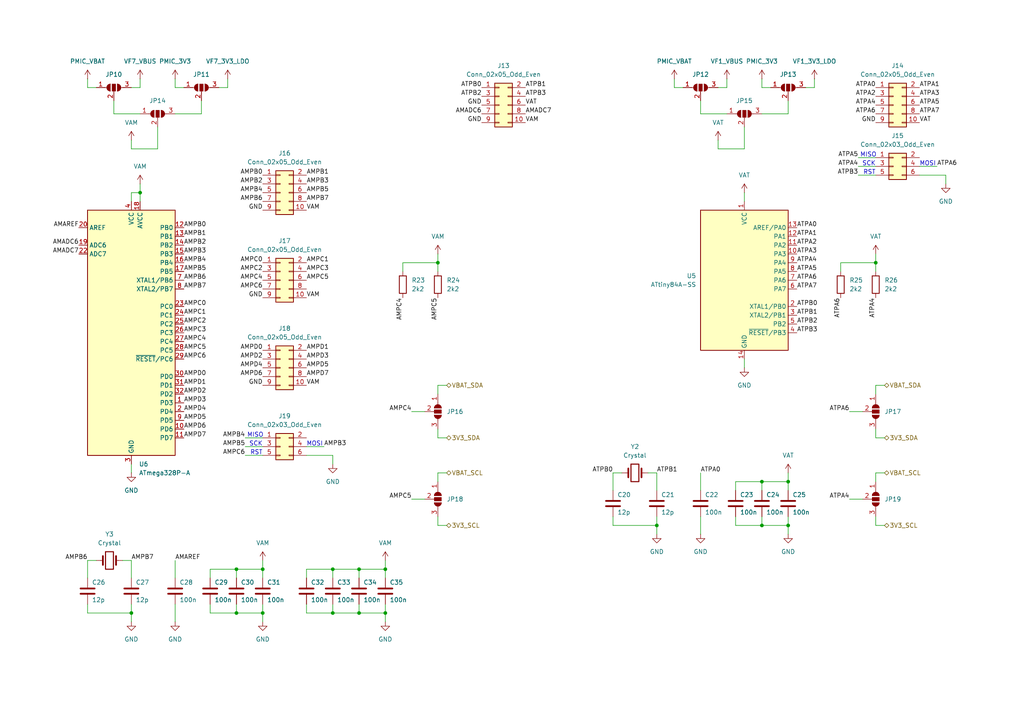
<source format=kicad_sch>
(kicad_sch (version 20231120) (generator "eeschema") (generator_version "8.0")
  (paper "A4")
  (lib_symbols
    (symbol "Connector_Generic:Conn_02x03_Odd_Even" (pin_names (offset 1.016) hide)
      (property "Reference" "J" (at 1.27 5.08 0))
      (property "Value" "Conn_02x03_Odd_Even" (at 1.27 -5.08 0))
      (symbol "Conn_02x03_Odd_Even_1_1"
        (rectangle (start -1.27 -2.413) (end 0 -2.667) (stroke (width 0.1524)))
        (rectangle (start -1.27 0.127) (end 0 -0.127) (stroke (width 0.1524)))
        (rectangle (start -1.27 2.667) (end 0 2.413) (stroke (width 0.1524)))
        (rectangle (start -1.27 3.81) (end 3.81 -3.81) (stroke (width 0.254)) (fill (type background)))
        (rectangle (start 3.81 -2.413) (end 2.54 -2.667) (stroke (width 0.1524)))
        (rectangle (start 3.81 0.127) (end 2.54 -0.127) (stroke (width 0.1524)))
        (rectangle (start 3.81 2.667) (end 2.54 2.413) (stroke (width 0.1524)))
        (pin passive line (at -5.08 2.54 0) (length 3.81) (name "Pin_1") (number "1"))
        (pin passive line (at 7.62 2.54 180) (length 3.81) (name "Pin_2") (number "2"))
        (pin passive line (at -5.08 0 0) (length 3.81) (name "Pin_3") (number "3"))
        (pin passive line (at 7.62 0 180) (length 3.81) (name "Pin_4") (number "4"))
        (pin passive line (at -5.08 -2.54 0) (length 3.81) (name "Pin_5") (number "5"))
        (pin passive line (at 7.62 -2.54 180) (length 3.81) (name "Pin_6") (number "6"))
      )
    )
    (symbol "Connector_Generic:Conn_02x05_Odd_Even" (pin_names (offset 1.016) hide)
      (property "Reference" "J" (at 1.27 7.62 0))
      (property "Value" "Conn_02x05_Odd_Even" (at 1.27 -7.62 0))
      (symbol "Conn_02x05_Odd_Even_1_1"
        (rectangle (start -1.27 -4.953) (end 0 -5.207) (stroke (width 0.1524)))
        (rectangle (start -1.27 -2.413) (end 0 -2.667) (stroke (width 0.1524)))
        (rectangle (start -1.27 0.127) (end 0 -0.127) (stroke (width 0.1524)))
        (rectangle (start -1.27 2.667) (end 0 2.413) (stroke (width 0.1524)))
        (rectangle (start -1.27 5.207) (end 0 4.953) (stroke (width 0.1524)))
        (rectangle (start -1.27 6.35) (end 3.81 -6.35) (stroke (width 0.254)) (fill (type background)))
        (rectangle (start 3.81 -4.953) (end 2.54 -5.207) (stroke (width 0.1524)))
        (rectangle (start 3.81 -2.413) (end 2.54 -2.667) (stroke (width 0.1524)))
        (rectangle (start 3.81 0.127) (end 2.54 -0.127) (stroke (width 0.1524)))
        (rectangle (start 3.81 2.667) (end 2.54 2.413) (stroke (width 0.1524)))
        (rectangle (start 3.81 5.207) (end 2.54 4.953) (stroke (width 0.1524)))
        (pin passive line (at -5.08 5.08 0) (length 3.81) (name "Pin_1") (number "1"))
        (pin passive line (at 7.62 -5.08 180) (length 3.81) (name "Pin_10") (number "10"))
        (pin passive line (at 7.62 5.08 180) (length 3.81) (name "Pin_2") (number "2"))
        (pin passive line (at -5.08 2.54 0) (length 3.81) (name "Pin_3") (number "3"))
        (pin passive line (at 7.62 2.54 180) (length 3.81) (name "Pin_4") (number "4"))
        (pin passive line (at -5.08 0 0) (length 3.81) (name "Pin_5") (number "5"))
        (pin passive line (at 7.62 0 180) (length 3.81) (name "Pin_6") (number "6"))
        (pin passive line (at -5.08 -2.54 0) (length 3.81) (name "Pin_7") (number "7"))
        (pin passive line (at 7.62 -2.54 180) (length 3.81) (name "Pin_8") (number "8"))
        (pin passive line (at -5.08 -5.08 0) (length 3.81) (name "Pin_9") (number "9"))
      )
    )
    (symbol "Device:C" (pin_numbers hide) (pin_names (offset 0.254))
      (property "Reference" "C" (at 0.635 2.54 0))
      (property "Value" "C" (at 0.635 -2.54 0))
      (symbol "C_0_1"
        (polyline (pts (xy -2.032 -0.762) (xy 2.032 -0.762)) (stroke (width 0.508)))
        (polyline (pts (xy -2.032 0.762) (xy 2.032 0.762)) (stroke (width 0.508)))
      )
      (symbol "C_1_1"
        (pin passive line (at 0 3.81 270) (length 2.794) (name "~") (number "1"))
        (pin passive line (at 0 -3.81 90) (length 2.794) (name "~") (number "2"))
      )
    )
    (symbol "Device:Crystal" (pin_numbers hide) (pin_names (offset 1.016) hide)
      (property "Reference" "Y" (at 0 3.81 0))
      (property "Value" "Crystal" (at 0 -3.81 0))
      (symbol "Crystal_0_1"
        (rectangle (start -1.143 2.54) (end 1.143 -2.54) (stroke (width 0.3048)))
        (polyline (pts (xy -2.54 0) (xy -1.905 0)))
        (polyline (pts (xy -1.905 -1.27) (xy -1.905 1.27)) (stroke (width 0.508)))
        (polyline (pts (xy 1.905 -1.27) (xy 1.905 1.27)) (stroke (width 0.508)))
        (polyline (pts (xy 2.54 0) (xy 1.905 0)))
      )
      (symbol "Crystal_1_1"
        (pin passive line (at -3.81 0 0) (length 1.27) (name "1") (number "1"))
        (pin passive line (at 3.81 0 180) (length 1.27) (name "2") (number "2"))
      )
    )
    (symbol "Device:R" (pin_numbers hide) (pin_names (offset 0))
      (property "Reference" "R" (at 2.032 0 90))
      (property "Value" "R" (at 0 0 90))
      (symbol "R_0_1"
        (rectangle (start -1.016 -2.54) (end 1.016 2.54) (stroke (width 0.254)))
      )
      (symbol "R_1_1"
        (pin passive line (at 0 3.81 270) (length 1.27) (name "~") (number "1"))
        (pin passive line (at 0 -3.81 90) (length 1.27) (name "~") (number "2"))
      )
    )
    (symbol "Jumper:SolderJumper_3_Open" (pin_names (offset 0) hide)
      (property "Reference" "JP" (at -2.54 -2.54 0))
      (property "Value" "SolderJumper_3_Open" (at 0 2.794 0))
      (symbol "SolderJumper_3_Open_0_1"
        (arc (start -1.016 1.016) (mid -2.0276 0) (end -1.016 -1.016))
        (arc (start -1.016 1.016) (mid -2.0276 0) (end -1.016 -1.016) (fill (type outline)))
        (rectangle (start -0.508 1.016) (end 0.508 -1.016) (fill (type outline)))
        (polyline (pts (xy -2.54 0) (xy -2.032 0)))
        (polyline (pts (xy -1.016 1.016) (xy -1.016 -1.016)))
        (polyline (pts (xy 0 -1.27) (xy 0 -1.016)))
        (polyline (pts (xy 1.016 1.016) (xy 1.016 -1.016)))
        (polyline (pts (xy 2.54 0) (xy 2.032 0)))
        (arc (start 1.016 -1.016) (mid 2.0276 0) (end 1.016 1.016))
        (arc (start 1.016 -1.016) (mid 2.0276 0) (end 1.016 1.016) (fill (type outline)))
      )
      (symbol "SolderJumper_3_Open_1_1"
        (pin passive line (at -5.08 0 0) (length 2.54) (name "A") (number "1"))
        (pin passive line (at 0 -3.81 90) (length 2.54) (name "C") (number "2"))
        (pin passive line (at 5.08 0 180) (length 2.54) (name "B") (number "3"))
      )
    )
    (symbol "MCU_Microchip_ATmega:ATmega328P-A"
      (property "Reference" "U" (at -12.7 36.83 0))
      (property "Value" "ATmega328P-A" (at 2.54 -36.83 0))
      (symbol "ATmega328P-A_0_1"
        (rectangle (start -12.7 -35.56) (end 12.7 35.56) (stroke (width 0.254)) (fill (type background)))
      )
      (symbol "ATmega328P-A_1_1"
        (pin bidirectional line (at 15.24 -20.32 180) (length 2.54) (name "PD3") (number "1"))
        (pin bidirectional line (at 15.24 -27.94 180) (length 2.54) (name "PD6") (number "10"))
        (pin bidirectional line (at 15.24 -30.48 180) (length 2.54) (name "PD7") (number "11"))
        (pin bidirectional line (at 15.24 30.48 180) (length 2.54) (name "PB0") (number "12"))
        (pin bidirectional line (at 15.24 27.94 180) (length 2.54) (name "PB1") (number "13"))
        (pin bidirectional line (at 15.24 25.4 180) (length 2.54) (name "PB2") (number "14"))
        (pin bidirectional line (at 15.24 22.86 180) (length 2.54) (name "PB3") (number "15"))
        (pin bidirectional line (at 15.24 20.32 180) (length 2.54) (name "PB4") (number "16"))
        (pin bidirectional line (at 15.24 17.78 180) (length 2.54) (name "PB5") (number "17"))
        (pin power_in line (at 2.54 38.1 270) (length 2.54) (name "AVCC") (number "18"))
        (pin input line (at -15.24 25.4 0) (length 2.54) (name "ADC6") (number "19"))
        (pin bidirectional line (at 15.24 -22.86 180) (length 2.54) (name "PD4") (number "2"))
        (pin passive line (at -15.24 30.48 0) (length 2.54) (name "AREF") (number "20"))
        (pin passive line (at 0 -38.1 90) (length 2.54) hide (name "GND") (number "21"))
        (pin input line (at -15.24 22.86 0) (length 2.54) (name "ADC7") (number "22"))
        (pin bidirectional line (at 15.24 7.62 180) (length 2.54) (name "PC0") (number "23"))
        (pin bidirectional line (at 15.24 5.08 180) (length 2.54) (name "PC1") (number "24"))
        (pin bidirectional line (at 15.24 2.54 180) (length 2.54) (name "PC2") (number "25"))
        (pin bidirectional line (at 15.24 0 180) (length 2.54) (name "PC3") (number "26"))
        (pin bidirectional line (at 15.24 -2.54 180) (length 2.54) (name "PC4") (number "27"))
        (pin bidirectional line (at 15.24 -5.08 180) (length 2.54) (name "PC5") (number "28"))
        (pin bidirectional line (at 15.24 -7.62 180) (length 2.54) (name "~{RESET}/PC6") (number "29"))
        (pin power_in line (at 0 -38.1 90) (length 2.54) (name "GND") (number "3"))
        (pin bidirectional line (at 15.24 -12.7 180) (length 2.54) (name "PD0") (number "30"))
        (pin bidirectional line (at 15.24 -15.24 180) (length 2.54) (name "PD1") (number "31"))
        (pin bidirectional line (at 15.24 -17.78 180) (length 2.54) (name "PD2") (number "32"))
        (pin power_in line (at 0 38.1 270) (length 2.54) (name "VCC") (number "4"))
        (pin passive line (at 0 -38.1 90) (length 2.54) hide (name "GND") (number "5"))
        (pin passive line (at 0 38.1 270) (length 2.54) hide (name "VCC") (number "6"))
        (pin bidirectional line (at 15.24 15.24 180) (length 2.54) (name "XTAL1/PB6") (number "7"))
        (pin bidirectional line (at 15.24 12.7 180) (length 2.54) (name "XTAL2/PB7") (number "8"))
        (pin bidirectional line (at 15.24 -25.4 180) (length 2.54) (name "PD5") (number "9"))
      )
    )
    (symbol "MCU_Microchip_ATtiny:ATtiny84A-SS"
      (property "Reference" "U" (at -12.7 21.59 0))
      (property "Value" "ATtiny84A-SS" (at 2.54 -21.59 0))
      (symbol "ATtiny84A-SS_0_1"
        (rectangle (start -12.7 -20.32) (end 12.7 20.32) (stroke (width 0.254)) (fill (type background)))
      )
      (symbol "ATtiny84A-SS_1_1"
        (pin power_in line (at 0 22.86 270) (length 2.54) (name "VCC") (number "1"))
        (pin bidirectional line (at 15.24 7.62 180) (length 2.54) (name "PA3") (number "10"))
        (pin bidirectional line (at 15.24 10.16 180) (length 2.54) (name "PA2") (number "11"))
        (pin bidirectional line (at 15.24 12.7 180) (length 2.54) (name "PA1") (number "12"))
        (pin bidirectional line (at 15.24 15.24 180) (length 2.54) (name "AREF/PA0") (number "13"))
        (pin power_in line (at 0 -22.86 90) (length 2.54) (name "GND") (number "14"))
        (pin bidirectional line (at 15.24 -7.62 180) (length 2.54) (name "XTAL1/PB0") (number "2"))
        (pin bidirectional line (at 15.24 -10.16 180) (length 2.54) (name "XTAL2/PB1") (number "3"))
        (pin bidirectional line (at 15.24 -15.24 180) (length 2.54) (name "~{RESET}/PB3") (number "4"))
        (pin bidirectional line (at 15.24 -12.7 180) (length 2.54) (name "PB2") (number "5"))
        (pin bidirectional line (at 15.24 -2.54 180) (length 2.54) (name "PA7") (number "6"))
        (pin bidirectional line (at 15.24 0 180) (length 2.54) (name "PA6") (number "7"))
        (pin bidirectional line (at 15.24 2.54 180) (length 2.54) (name "PA5") (number "8"))
        (pin bidirectional line (at 15.24 5.08 180) (length 2.54) (name "PA4") (number "9"))
      )
    )
    (symbol "power:+3V3" (power) (pin_numbers hide) (pin_names (offset 0) hide)
      (property "Value" "+3V3" (at 0 3.556 0))
      (symbol "+3V3_0_1"
        (polyline (pts (xy -0.762 1.27) (xy 0 2.54)))
        (polyline (pts (xy 0 0) (xy 0 2.54)))
        (polyline (pts (xy 0 2.54) (xy 0.762 1.27)))
      )
      (symbol "+3V3_1_1"
        (pin power_in line (at 0 0 90) (length 0) (name "~") (number "1"))
      )
    )
    (symbol "power:GND" (power) (pin_numbers hide) (pin_names (offset 0) hide)
      (property "Value" "GND" (at 0 -3.81 0))
      (symbol "GND_0_1"
        (polyline (pts (xy 0 0) (xy 0 -1.27) (xy 1.27 -1.27) (xy 0 -2.54) (xy -1.27 -1.27) (xy 0 -1.27)))
      )
      (symbol "GND_1_1"
        (pin power_in line (at 0 0 270) (length 0) (name "~") (number "1"))
      )
    )
    (symbol "power:VDD" (power) (pin_numbers hide) (pin_names (offset 0) hide)
      (property "Value" "VDD" (at 0 3.556 0))
      (symbol "VDD_0_1"
        (polyline (pts (xy -0.762 1.27) (xy 0 2.54)))
        (polyline (pts (xy 0 0) (xy 0 2.54)))
        (polyline (pts (xy 0 2.54) (xy 0.762 1.27)))
      )
      (symbol "VDD_1_1"
        (pin power_in line (at 0 0 90) (length 0) (name "~") (number "1"))
      )
    )
  )
  (junction (at 111.76 177.8))
  (junction (at 228.6 152.4))
  (junction (at 228.6 139.7))
  (junction (at 104.14 165.1))
  (junction (at 190.5 152.4))
  (junction (at 96.52 165.1))
  (junction (at 111.76 165.1))
  (junction (at 38.1 177.8))
  (junction (at 40.64 55.88))
  (junction (at 76.2 165.1))
  (junction (at 220.98 152.4))
  (junction (at 104.14 177.8))
  (junction (at 96.52 177.8))
  (junction (at 68.58 165.1))
  (junction (at 76.2 177.8))
  (junction (at 254 76.2))
  (junction (at 127 76.2))
  (junction (at 220.98 139.7))
  (junction (at 68.58 177.8))
  (wire (pts (xy 111.76 177.8) (xy 111.76 180.34)))
  (wire (pts (xy 190.5 152.4) (xy 190.5 154.94)))
  (wire (pts (xy 68.58 165.1) (xy 60.96 165.1)))
  (wire (pts (xy 220.98 152.4) (xy 228.6 152.4)))
  (wire (pts (xy 58.42 29.21) (xy 58.42 33.02)))
  (wire (pts (xy 254 124.46) (xy 254 127)))
  (wire (pts (xy 177.8 142.24) (xy 177.8 137.16)))
  (wire (pts (xy 248.92 50.8) (xy 254 50.8)))
  (wire (pts (xy 38.1 177.8) (xy 25.4 177.8)))
  (wire (pts (xy 50.8 25.4) (xy 53.34 25.4)))
  (wire (pts (xy 127 124.46) (xy 127 127)))
  (wire (pts (xy 228.6 137.16) (xy 228.6 139.7)))
  (wire (pts (xy 203.2 33.02) (xy 210.82 33.02)))
  (wire (pts (xy 246.38 119.38) (xy 250.19 119.38)))
  (wire (pts (xy 38.1 58.42) (xy 38.1 55.88)))
  (wire (pts (xy 66.04 25.4) (xy 66.04 22.86)))
  (wire (pts (xy 248.92 48.26) (xy 254 48.26)))
  (wire (pts (xy 127 76.2) (xy 116.84 76.2)))
  (wire (pts (xy 60.96 175.26) (xy 60.96 177.8)))
  (wire (pts (xy 228.6 139.7) (xy 228.6 142.24)))
  (wire (pts (xy 243.84 76.2) (xy 243.84 78.74)))
  (wire (pts (xy 203.2 29.21) (xy 203.2 33.02)))
  (wire (pts (xy 246.38 144.78) (xy 250.19 144.78)))
  (wire (pts (xy 254 139.7) (xy 254 137.16)))
  (wire (pts (xy 88.9 167.64) (xy 88.9 165.1)))
  (wire (pts (xy 25.4 162.56) (xy 27.94 162.56)))
  (wire (pts (xy 210.82 25.4) (xy 210.82 22.86)))
  (wire (pts (xy 127 111.76) (xy 129.54 111.76)))
  (wire (pts (xy 254 114.3) (xy 254 111.76)))
  (wire (pts (xy 116.84 76.2) (xy 116.84 78.74)))
  (wire (pts (xy 88.9 175.26) (xy 88.9 177.8)))
  (wire (pts (xy 190.5 152.4) (xy 177.8 152.4)))
  (wire (pts (xy 177.8 137.16) (xy 180.34 137.16)))
  (wire (pts (xy 190.5 137.16) (xy 190.5 142.24)))
  (wire (pts (xy 236.22 25.4) (xy 236.22 22.86)))
  (wire (pts (xy 127 149.86) (xy 127 152.4)))
  (wire (pts (xy 195.58 22.86) (xy 195.58 25.4)))
  (wire (pts (xy 33.02 33.02) (xy 40.64 33.02)))
  (wire (pts (xy 58.42 33.02) (xy 50.8 33.02)))
  (wire (pts (xy 220.98 139.7) (xy 220.98 142.24)))
  (wire (pts (xy 45.72 43.18) (xy 45.72 36.83)))
  (wire (pts (xy 254 127) (xy 256.54 127)))
  (wire (pts (xy 25.4 167.64) (xy 25.4 162.56)))
  (wire (pts (xy 127 114.3) (xy 127 111.76)))
  (wire (pts (xy 40.64 55.88) (xy 40.64 58.42)))
  (wire (pts (xy 208.28 25.4) (xy 210.82 25.4)))
  (wire (pts (xy 228.6 139.7) (xy 220.98 139.7)))
  (wire (pts (xy 233.68 25.4) (xy 236.22 25.4)))
  (wire (pts (xy 50.8 162.56) (xy 50.8 167.64)))
  (wire (pts (xy 266.7 50.8) (xy 274.32 50.8)))
  (wire (pts (xy 203.2 149.86) (xy 203.2 154.94)))
  (wire (pts (xy 38.1 162.56) (xy 38.1 167.64)))
  (wire (pts (xy 254 76.2) (xy 243.84 76.2)))
  (wire (pts (xy 111.76 162.56) (xy 111.76 165.1)))
  (wire (pts (xy 68.58 177.8) (xy 76.2 177.8)))
  (wire (pts (xy 203.2 137.16) (xy 203.2 142.24)))
  (wire (pts (xy 271.78 48.26) (xy 266.7 48.26)))
  (wire (pts (xy 60.96 165.1) (xy 60.96 167.64)))
  (wire (pts (xy 208.28 43.18) (xy 215.9 43.18)))
  (wire (pts (xy 104.14 165.1) (xy 96.52 165.1)))
  (wire (pts (xy 177.8 152.4) (xy 177.8 149.86)))
  (wire (pts (xy 71.12 127) (xy 76.2 127)))
  (wire (pts (xy 111.76 165.1) (xy 104.14 165.1)))
  (wire (pts (xy 215.9 43.18) (xy 215.9 36.83)))
  (wire (pts (xy 228.6 149.86) (xy 228.6 152.4)))
  (wire (pts (xy 96.52 175.26) (xy 96.52 177.8)))
  (wire (pts (xy 25.4 177.8) (xy 25.4 175.26)))
  (wire (pts (xy 71.12 132.08) (xy 76.2 132.08)))
  (wire (pts (xy 33.02 29.21) (xy 33.02 33.02)))
  (wire (pts (xy 127 127) (xy 129.54 127)))
  (wire (pts (xy 104.14 177.8) (xy 111.76 177.8)))
  (wire (pts (xy 274.32 50.8) (xy 274.32 53.34)))
  (wire (pts (xy 38.1 134.62) (xy 38.1 137.16)))
  (wire (pts (xy 213.36 149.86) (xy 213.36 152.4)))
  (wire (pts (xy 111.76 175.26) (xy 111.76 177.8)))
  (wire (pts (xy 88.9 165.1) (xy 96.52 165.1)))
  (wire (pts (xy 228.6 33.02) (xy 220.98 33.02)))
  (wire (pts (xy 35.56 162.56) (xy 38.1 162.56)))
  (wire (pts (xy 190.5 149.86) (xy 190.5 152.4)))
  (wire (pts (xy 215.9 55.88) (xy 215.9 58.42)))
  (wire (pts (xy 68.58 175.26) (xy 68.58 177.8)))
  (wire (pts (xy 40.64 53.34) (xy 40.64 55.88)))
  (wire (pts (xy 76.2 165.1) (xy 76.2 167.64)))
  (wire (pts (xy 71.12 129.54) (xy 76.2 129.54)))
  (wire (pts (xy 220.98 25.4) (xy 223.52 25.4)))
  (wire (pts (xy 38.1 175.26) (xy 38.1 177.8)))
  (wire (pts (xy 38.1 55.88) (xy 40.64 55.88)))
  (wire (pts (xy 96.52 132.08) (xy 96.52 134.62)))
  (wire (pts (xy 76.2 175.26) (xy 76.2 177.8)))
  (wire (pts (xy 104.14 165.1) (xy 104.14 167.64)))
  (wire (pts (xy 254 137.16) (xy 256.54 137.16)))
  (wire (pts (xy 228.6 152.4) (xy 228.6 154.94)))
  (wire (pts (xy 248.92 45.72) (xy 254 45.72)))
  (wire (pts (xy 104.14 175.26) (xy 104.14 177.8)))
  (wire (pts (xy 40.64 25.4) (xy 40.64 22.86)))
  (wire (pts (xy 254 111.76) (xy 256.54 111.76)))
  (wire (pts (xy 119.38 144.78) (xy 123.19 144.78)))
  (wire (pts (xy 215.9 104.14) (xy 215.9 106.68)))
  (wire (pts (xy 38.1 25.4) (xy 40.64 25.4)))
  (wire (pts (xy 38.1 177.8) (xy 38.1 180.34)))
  (wire (pts (xy 88.9 177.8) (xy 96.52 177.8)))
  (wire (pts (xy 220.98 149.86) (xy 220.98 152.4)))
  (wire (pts (xy 60.96 177.8) (xy 68.58 177.8)))
  (wire (pts (xy 38.1 43.18) (xy 45.72 43.18)))
  (wire (pts (xy 68.58 165.1) (xy 68.58 167.64)))
  (wire (pts (xy 127 137.16) (xy 129.54 137.16)))
  (wire (pts (xy 63.5 25.4) (xy 66.04 25.4)))
  (wire (pts (xy 76.2 165.1) (xy 68.58 165.1)))
  (wire (pts (xy 228.6 29.21) (xy 228.6 33.02)))
  (wire (pts (xy 111.76 165.1) (xy 111.76 167.64)))
  (wire (pts (xy 96.52 165.1) (xy 96.52 167.64)))
  (wire (pts (xy 127 152.4) (xy 129.54 152.4)))
  (wire (pts (xy 50.8 175.26) (xy 50.8 180.34)))
  (wire (pts (xy 220.98 139.7) (xy 213.36 139.7)))
  (wire (pts (xy 254 73.66) (xy 254 76.2)))
  (wire (pts (xy 254 152.4) (xy 256.54 152.4)))
  (wire (pts (xy 38.1 40.64) (xy 38.1 43.18)))
  (wire (pts (xy 213.36 152.4) (xy 220.98 152.4)))
  (wire (pts (xy 127 76.2) (xy 127 78.74)))
  (wire (pts (xy 254 76.2) (xy 254 78.74)))
  (wire (pts (xy 50.8 22.86) (xy 50.8 25.4)))
  (wire (pts (xy 127 73.66) (xy 127 76.2)))
  (wire (pts (xy 119.38 119.38) (xy 123.19 119.38)))
  (wire (pts (xy 88.9 132.08) (xy 96.52 132.08)))
  (wire (pts (xy 220.98 22.86) (xy 220.98 25.4)))
  (wire (pts (xy 96.52 177.8) (xy 104.14 177.8)))
  (wire (pts (xy 208.28 40.64) (xy 208.28 43.18)))
  (wire (pts (xy 254 149.86) (xy 254 152.4)))
  (wire (pts (xy 25.4 25.4) (xy 27.94 25.4)))
  (wire (pts (xy 76.2 177.8) (xy 76.2 180.34)))
  (wire (pts (xy 195.58 25.4) (xy 198.12 25.4)))
  (wire (pts (xy 127 139.7) (xy 127 137.16)))
  (wire (pts (xy 76.2 162.56) (xy 76.2 165.1)))
  (wire (pts (xy 25.4 22.86) (xy 25.4 25.4)))
  (wire (pts (xy 93.98 129.54) (xy 88.9 129.54)))
  (wire (pts (xy 187.96 137.16) (xy 190.5 137.16)))
  (wire (pts (xy 213.36 139.7) (xy 213.36 142.24)))
  (text "MISO" (at 76.454 127 0) (effects (font (size 1.27 1.27)) (justify right bottom)))
  (text "MISO" (at 254.254 45.72 0) (effects (font (size 1.27 1.27)) (justify right bottom)))
  (text "MOSI" (at 266.7 48.26 0) (effects (font (size 1.27 1.27)) (justify left bottom)))
  (text "SCK" (at 254 48.26 0) (effects (font (size 1.27 1.27)) (justify right bottom)))
  (text "RST" (at 76.2 132.08 0) (effects (font (size 1.27 1.27)) (justify right bottom)))
  (text "RST" (at 254 50.8 0) (effects (font (size 1.27 1.27)) (justify right bottom)))
  (text "MOSI" (at 88.9 129.54 0) (effects (font (size 1.27 1.27)) (justify left bottom)))
  (text "SCK" (at 76.2 129.54 0) (effects (font (size 1.27 1.27)) (justify right bottom)))
  (label "AMPB5" (at 88.9 55.88 0))
  (label "ATPA6" (at 271.78 48.26 0))
  (label "GND" (at 76.2 60.96 180))
  (label "ATPB0" (at 139.7 25.4 180))
  (label "ATPB3" (at 152.4 27.94 0))
  (label "AMADC7" (at 152.4 33.02 0))
  (label "AMPB7" (at 88.9 58.42 0))
  (label "AMPD5" (at 53.34 121.92 0))
  (label "ATPA0" (at 203.2 137.16 0))
  (label "AMPD3" (at 88.9 104.14 0))
  (label "ATPB3" (at 231.14 96.52 0))
  (label "AMPB5" (at 53.34 78.74 0))
  (label "VAT" (at 266.7 35.56 0))
  (label "ATPA5" (at 231.14 78.74 0))
  (label "VAM" (at 88.9 111.76 0))
  (label "ATPA6" (at 246.38 119.38 180))
  (label "AMPD0" (at 53.34 109.22 0))
  (label "ATPA2" (at 231.14 71.12 0))
  (label "AMPC6" (at 76.2 83.82 180))
  (label "ATPA7" (at 266.7 33.02 0))
  (label "ATPA4" (at 248.92 48.26 180))
  (label "AMPD1" (at 53.34 111.76 0))
  (label "AMPD7" (at 53.34 127 0))
  (label "AMPB3" (at 88.9 53.34 0))
  (label "AMPB4" (at 76.2 55.88 180))
  (label "AMPD6" (at 76.2 109.22 180))
  (label "AMPC6" (at 53.34 104.14 0))
  (label "AMPD1" (at 88.9 101.6 0))
  (label "ATPB1" (at 231.14 91.44 0))
  (label "AMPC4" (at 76.2 81.28 180))
  (label "AMPC0" (at 53.34 88.9 0))
  (label "VAM" (at 88.9 86.36 0))
  (label "ATPB3" (at 248.92 50.8 180))
  (label "AMPB1" (at 53.34 68.58 0))
  (label "ATPA6" (at 231.14 81.28 0))
  (label "ATPA4" (at 254 30.48 180))
  (label "AMPD4" (at 76.2 106.68 180))
  (label "ATPB0" (at 231.14 88.9 0))
  (label "AMPB3" (at 53.34 73.66 0))
  (label "ATPA2" (at 254 27.94 180))
  (label "AMPC2" (at 76.2 78.74 180))
  (label "VAM" (at 88.9 60.96 0))
  (label "AMPD3" (at 53.34 116.84 0))
  (label "ATPA4" (at 246.38 144.78 180))
  (label "AMPB6" (at 25.4 162.56 180))
  (label "ATPB2" (at 231.14 93.98 0))
  (label "AMPC5" (at 88.9 81.28 0))
  (label "ATPA6" (at 243.84 86.36 270))
  (label "AMADC6" (at 139.7 33.02 180))
  (label "AMPB5" (at 71.12 129.54 180))
  (label "AMPB3" (at 93.98 129.54 0))
  (label "GND" (at 76.2 111.76 180))
  (label "GND" (at 76.2 86.36 180))
  (label "AMPC4" (at 116.84 86.36 270))
  (label "ATPA3" (at 266.7 27.94 0))
  (label "AMPB7" (at 53.34 83.82 0))
  (label "ATPA4" (at 231.14 76.2 0))
  (label "AMPD6" (at 53.34 124.46 0))
  (label "AMPC0" (at 76.2 76.2 180))
  (label "ATPA7" (at 231.14 83.82 0))
  (label "ATPB2" (at 139.7 27.94 180))
  (label "ATPA3" (at 231.14 73.66 0))
  (label "GND" (at 139.7 35.56 180))
  (label "ATPA0" (at 231.14 66.04 0))
  (label "GND" (at 139.7 30.48 180))
  (label "AMPC3" (at 88.9 78.74 0))
  (label "AMPB6" (at 53.34 81.28 0))
  (label "AMPC2" (at 53.34 93.98 0))
  (label "VAT" (at 152.4 30.48 0))
  (label "AMADC6" (at 22.86 71.12 180))
  (label "ATPA1" (at 266.7 25.4 0))
  (label "AMPB0" (at 76.2 50.8 180))
  (label "AMADC7" (at 22.86 73.66 180))
  (label "GND" (at 254 35.56 180))
  (label "AMPB4" (at 71.12 127 180))
  (label "AMPB1" (at 88.9 50.8 0))
  (label "AMPD2" (at 53.34 114.3 0))
  (label "AMPB2" (at 76.2 53.34 180))
  (label "AMAREF" (at 22.86 66.04 180))
  (label "AMPB6" (at 76.2 58.42 180))
  (label "AMAREF" (at 50.8 162.56 0))
  (label "AMPB0" (at 53.34 66.04 0))
  (label "VAM" (at 152.4 35.56 0))
  (label "AMPB7" (at 38.1 162.56 0))
  (label "ATPB0" (at 177.8 137.16 180))
  (label "AMPC4" (at 119.38 119.38 180))
  (label "AMPB2" (at 53.34 71.12 0))
  (label "AMPD2" (at 76.2 104.14 180))
  (label "ATPA0" (at 254 25.4 180))
  (label "AMPD4" (at 53.34 119.38 0))
  (label "ATPA5" (at 266.7 30.48 0))
  (label "ATPA6" (at 254 33.02 180))
  (label "AMPC5" (at 127 86.36 270))
  (label "AMPC1" (at 53.34 91.44 0))
  (label "ATPB1" (at 190.5 137.16 0))
  (label "AMPD0" (at 76.2 101.6 180))
  (label "ATPA1" (at 231.14 68.58 0))
  (label "AMPD7" (at 88.9 109.22 0))
  (label "AMPC5" (at 119.38 144.78 180))
  (label "AMPC6" (at 71.12 132.08 180))
  (label "AMPC3" (at 53.34 96.52 0))
  (label "AMPC1" (at 88.9 76.2 0))
  (label "ATPA4" (at 254 86.36 270))
  (label "ATPB1" (at 152.4 25.4 0))
  (label "AMPC5" (at 53.34 101.6 0))
  (label "ATPA5" (at 248.92 45.72 180))
  (label "AMPC4" (at 53.34 99.06 0))
  (label "AMPD5" (at 88.9 106.68 0))
  (label "AMPB4" (at 53.34 76.2 0))
  (hierarchical_label "3V3_SDA" (shape bidirectional) (at 256.54 127 0))
  (hierarchical_label "VBAT_SCL" (shape bidirectional) (at 256.54 137.16 0))
  (hierarchical_label "3V3_SCL" (shape bidirectional) (at 129.54 152.4 0))
  (hierarchical_label "3V3_SCL" (shape bidirectional) (at 256.54 152.4 0))
  (hierarchical_label "3V3_SDA" (shape bidirectional) (at 129.54 127 0))
  (hierarchical_label "VBAT_SCL" (shape bidirectional) (at 129.54 137.16 0))
  (hierarchical_label "VBAT_SDA" (shape bidirectional) (at 256.54 111.76 0))
  (hierarchical_label "VBAT_SDA" (shape bidirectional) (at 129.54 111.76 0))
  (symbol (lib_id "Device:Crystal") (at 184.15 137.16 0) (unit 1)
    (property "Reference" "Y2" (at 184.15 129.54 0))
    (property "Value" "Crystal" (at 184.15 132.08 0))
    (property "Footprint" "Crystal:Crystal_HC18-U_Vertical" (effects (hide yes)))
    (property "Description" "Two pin crystal" (effects (hide yes)))
  )
  (symbol (lib_id "Jumper:SolderJumper_3_Open") (at 45.72 33.02 0) (unit 1)
    (property "Reference" "JP14" (at 45.72 29.21 0))
    (property "Value" "SolderJumper_3_Open" (effects (hide yes)))
    (property "Footprint" "Jumper:SolderJumper-3_P1.3mm_Open_RoundedPad1.0x1.5mm" (effects (hide yes)))
  )
  (symbol (lib_id "Jumper:SolderJumper_3_Open") (at 33.02 25.4 0) (unit 1)
    (property "Reference" "JP10" (at 33.02 21.59 0))
    (property "Value" "SolderJumper_3_Open" (effects (hide yes)))
    (property "Footprint" "Jumper:SolderJumper-3_P1.3mm_Open_RoundedPad1.0x1.5mm" (effects (hide yes)))
  )
  (symbol (lib_id "power:GND") (at 228.6 154.94 0) (unit 1)
    (property "Reference" "#PWR080" (effects (hide yes)))
    (property "Value" "GND" (at 228.6 160.02 0))
    (property "Description" "Power symbol creates a global label with name \"GND\" , ground" (effects (hide yes)))
  )
  (symbol (lib_id "power:+3V3") (at 25.4 22.86 0) (unit 1)
    (property "Reference" "#PWR059" (effects (hide yes)))
    (property "Value" "PMIC_VBAT" (at 25.4 17.78 0))
    (property "Description" "Power symbol creates a global label with name \"+3V3\"" (effects (hide yes)))
  )
  (symbol (lib_id "Device:C") (at 111.76 171.45 0) (unit 1)
    (property "Reference" "C35" (at 113.03 168.91 0) (effects (justify left)))
    (property "Value" "100n" (at 113.03 173.99 0) (effects (justify left)))
    (property "Footprint" "Capacitor_SMD:C_0402_1005Metric" (effects (hide yes)))
    (property "Description" "Unpolarized capacitor" (effects (hide yes)))
  )
  (symbol (lib_id "Connector_Generic:Conn_02x05_Odd_Even") (at 81.28 106.68 0) (unit 1)
    (property "Reference" "J18" (at 82.55 95.25 0))
    (property "Value" "Conn_02x05_Odd_Even" (at 82.55 97.79 0))
    (property "Footprint" "Connector_PinHeader_2.54mm:PinHeader_2x05_P2.54mm_Vertical" (effects (hide yes)))
  )
  (symbol (lib_id "MCU_Microchip_ATtiny:ATtiny84A-SS") (at 215.9 81.28 0) (unit 1)
    (property "Reference" "U5" (at 201.93 80.0099 0) (effects (justify right)))
    (property "Value" "ATtiny84A-SS" (at 201.93 82.5499 0) (effects (justify right)))
    (property "Footprint" "Package_SO:SOIC-14_3.9x8.7mm_P1.27mm" (effects (hide yes)))
    (property "Datasheet" "http://ww1.microchip.com/downloads/en/DeviceDoc/doc8183.pdf" (effects (hide yes)))
    (property "Description" "20MHz, 8kB Flash, 512B SRAM, 512B EEPROM, debugWIRE, SOIC-14" (effects (hide yes)))
  )
  (symbol (lib_id "Connector_Generic:Conn_02x05_Odd_Even") (at 81.28 81.28 0) (unit 1)
    (property "Reference" "J17" (at 82.55 69.85 0))
    (property "Value" "Conn_02x05_Odd_Even" (at 82.55 72.39 0))
    (property "Footprint" "Connector_PinHeader_2.54mm:PinHeader_2x05_P2.54mm_Vertical" (effects (hide yes)))
  )
  (symbol (lib_id "power:VDD") (at 210.82 22.86 0) (unit 1)
    (property "Reference" "#PWR064" (effects (hide yes)))
    (property "Value" "VF1_VBUS" (at 210.82 17.78 0))
    (property "Description" "Power symbol creates a global label with name \"VDD\"" (effects (hide yes)))
  )
  (symbol (lib_id "Jumper:SolderJumper_3_Open") (at 58.42 25.4 0) (unit 1)
    (property "Reference" "JP11" (at 58.42 21.59 0))
    (property "Value" "SolderJumper_3_Open" (effects (hide yes)))
    (property "Footprint" "Jumper:SolderJumper-3_P1.3mm_Open_RoundedPad1.0x1.5mm" (effects (hide yes)))
  )
  (symbol (lib_id "power:GND") (at 38.1 137.16 0) (unit 1)
    (property "Reference" "#PWR076" (effects (hide yes)))
    (property "Value" "GND" (at 38.1 142.24 0))
    (property "Description" "Power symbol creates a global label with name \"GND\" , ground" (effects (hide yes)))
  )
  (symbol (lib_id "Jumper:SolderJumper_3_Open") (at 127 144.78 270) (unit 1)
    (property "Reference" "JP18" (at 129.54 144.7799 90) (effects (justify left)))
    (property "Value" "SolderJumper_3_Open" (effects (hide yes)))
    (property "Footprint" "Jumper:SolderJumper-3_P1.3mm_Open_RoundedPad1.0x1.5mm" (effects (hide yes)))
  )
  (symbol (lib_id "Device:Crystal") (at 31.75 162.56 0) (unit 1)
    (property "Reference" "Y3" (at 31.75 154.94 0))
    (property "Value" "Crystal" (at 31.75 157.48 0))
    (property "Footprint" "Crystal:Crystal_HC18-U_Vertical" (effects (hide yes)))
    (property "Description" "Two pin crystal" (effects (hide yes)))
  )
  (symbol (lib_id "power:+3V3") (at 236.22 22.86 0) (unit 1)
    (property "Reference" "#PWR066" (effects (hide yes)))
    (property "Value" "VF1_3V3_LDO" (at 236.22 17.78 0))
    (property "Description" "Power symbol creates a global label with name \"+3V3\"" (effects (hide yes)))
  )
  (symbol (lib_id "Device:C") (at 213.36 146.05 0) (unit 1)
    (property "Reference" "C23" (at 214.63 143.51 0) (effects (justify left)))
    (property "Value" "100n" (at 214.63 148.59 0) (effects (justify left)))
    (property "Footprint" "Capacitor_SMD:C_0402_1005Metric" (effects (hide yes)))
    (property "Description" "Unpolarized capacitor" (effects (hide yes)))
  )
  (symbol (lib_id "Connector_Generic:Conn_02x05_Odd_Even") (at 259.08 30.48 0) (unit 1)
    (property "Reference" "J14" (at 260.35 19.05 0))
    (property "Value" "Conn_02x05_Odd_Even" (at 260.35 21.59 0))
    (property "Footprint" "Connector_PinHeader_2.54mm:PinHeader_2x05_P2.54mm_Vertical" (effects (hide yes)))
  )
  (symbol (lib_id "Device:R") (at 116.84 82.55 0) (unit 1)
    (property "Reference" "R23" (at 119.38 81.2799 0) (effects (justify left)))
    (property "Value" "2k2" (at 119.38 83.8199 0) (effects (justify left)))
    (property "Footprint" "Resistor_SMD:R_0402_1005Metric" (effects (hide yes)))
    (property "Description" "Resistor" (effects (hide yes)))
  )
  (symbol (lib_id "Device:C") (at 96.52 171.45 0) (unit 1)
    (property "Reference" "C33" (at 97.79 168.91 0) (effects (justify left)))
    (property "Value" "100n" (at 97.79 173.99 0) (effects (justify left)))
    (property "Footprint" "Capacitor_SMD:C_0402_1005Metric" (effects (hide yes)))
    (property "Description" "Unpolarized capacitor" (effects (hide yes)))
  )
  (symbol (lib_id "power:GND") (at 274.32 53.34 0) (unit 1)
    (property "Reference" "#PWR070" (effects (hide yes)))
    (property "Value" "GND" (at 274.32 58.42 0))
  )
  (symbol (lib_id "power:VDD") (at 76.2 162.56 0) (mirror y) (unit 1)
    (property "Reference" "#PWR081" (effects (hide yes)))
    (property "Value" "VAM" (at 76.2 157.48 0))
    (property "Description" "Power symbol creates a global label with name \"VDD\"" (effects (hide yes)))
  )
  (symbol (lib_id "Device:C") (at 25.4 171.45 0) (unit 1)
    (property "Reference" "C26" (at 26.67 168.91 0) (effects (justify left)))
    (property "Value" "12p" (at 26.67 173.99 0) (effects (justify left)))
    (property "Footprint" "Capacitor_SMD:C_0402_1005Metric" (effects (hide yes)))
    (property "Description" "Unpolarized capacitor" (effects (hide yes)))
  )
  (symbol (lib_id "power:GND") (at 50.8 180.34 0) (unit 1)
    (property "Reference" "#PWR084" (effects (hide yes)))
    (property "Value" "GND" (at 50.8 185.42 0))
    (property "Description" "Power symbol creates a global label with name \"GND\" , ground" (effects (hide yes)))
  )
  (symbol (lib_id "power:VDD") (at 111.76 162.56 0) (mirror y) (unit 1)
    (property "Reference" "#PWR082" (effects (hide yes)))
    (property "Value" "VAM" (at 111.76 157.48 0))
    (property "Description" "Power symbol creates a global label with name \"VDD\"" (effects (hide yes)))
  )
  (symbol (lib_id "MCU_Microchip_ATmega:ATmega328P-A") (at 38.1 96.52 0) (unit 1)
    (property "Reference" "U6" (at 40.2941 134.62 0) (effects (justify left)))
    (property "Value" "ATmega328P-A" (at 40.2941 137.16 0) (effects (justify left)))
    (property "Footprint" "Package_QFP:TQFP-32_7x7mm_P0.8mm" (effects (hide yes)))
    (property "Datasheet" "http://ww1.microchip.com/downloads/en/DeviceDoc/ATmega328_P%20AVR%20MCU%20with%20picoPower%20Technology%20Data%20Sheet%2040001984A.pdf" (effects (hide yes)))
    (property "Description" "20MHz, 32kB Flash, 2kB SRAM, 1kB EEPROM, TQFP-32" (effects (hide yes)))
  )
  (symbol (lib_id "Device:C") (at 190.5 146.05 0) (unit 1)
    (property "Reference" "C21" (at 191.77 143.51 0) (effects (justify left)))
    (property "Value" "12p" (at 191.77 148.59 0) (effects (justify left)))
    (property "Footprint" "Capacitor_SMD:C_0402_1005Metric" (effects (hide yes)))
    (property "Description" "Unpolarized capacitor" (effects (hide yes)))
  )
  (symbol (lib_id "power:GND") (at 203.2 154.94 0) (unit 1)
    (property "Reference" "#PWR079" (effects (hide yes)))
    (property "Value" "GND" (at 203.2 160.02 0))
    (property "Description" "Power symbol creates a global label with name \"GND\" , ground" (effects (hide yes)))
  )
  (symbol (lib_id "power:GND") (at 190.5 154.94 0) (unit 1)
    (property "Reference" "#PWR078" (effects (hide yes)))
    (property "Value" "GND" (at 190.5 160.02 0))
    (property "Description" "Power symbol creates a global label with name \"GND\" , ground" (effects (hide yes)))
  )
  (symbol (lib_id "power:GND") (at 96.52 134.62 0) (unit 1)
    (property "Reference" "#PWR075" (effects (hide yes)))
    (property "Value" "GND" (at 96.52 139.7 0))
  )
  (symbol (lib_id "Device:C") (at 76.2 171.45 0) (unit 1)
    (property "Reference" "C31" (at 77.47 168.91 0) (effects (justify left)))
    (property "Value" "100n" (at 77.47 173.99 0) (effects (justify left)))
    (property "Footprint" "Capacitor_SMD:C_0402_1005Metric" (effects (hide yes)))
    (property "Description" "Unpolarized capacitor" (effects (hide yes)))
  )
  (symbol (lib_id "Connector_Generic:Conn_02x05_Odd_Even") (at 144.78 30.48 0) (unit 1)
    (property "Reference" "J13" (at 146.05 19.05 0))
    (property "Value" "Conn_02x05_Odd_Even" (at 146.05 21.59 0))
    (property "Footprint" "Connector_PinHeader_2.54mm:PinHeader_2x05_P2.54mm_Vertical" (effects (hide yes)))
  )
  (symbol (lib_id "power:VDD") (at 40.64 53.34 0) (mirror y) (unit 1)
    (property "Reference" "#PWR069" (effects (hide yes)))
    (property "Value" "VAM" (at 40.64 48.26 0))
    (property "Description" "Power symbol creates a global label with name \"VDD\"" (effects (hide yes)))
  )
  (symbol (lib_id "Device:R") (at 254 82.55 0) (unit 1)
    (property "Reference" "R26" (at 256.54 81.2799 0) (effects (justify left)))
    (property "Value" "2k2" (at 256.54 83.8199 0) (effects (justify left)))
    (property "Footprint" "Resistor_SMD:R_0402_1005Metric" (effects (hide yes)))
    (property "Description" "Resistor" (effects (hide yes)))
  )
  (symbol (lib_id "power:VDD") (at 208.28 40.64 0) (mirror y) (unit 1)
    (property "Reference" "#PWR068" (effects (hide yes)))
    (property "Value" "VAT" (at 208.28 35.56 0))
    (property "Description" "Power symbol creates a global label with name \"VDD\"" (effects (hide yes)))
  )
  (symbol (lib_id "Device:C") (at 88.9 171.45 0) (unit 1)
    (property "Reference" "C32" (at 90.17 168.91 0) (effects (justify left)))
    (property "Value" "100n" (at 90.17 173.99 0) (effects (justify left)))
    (property "Footprint" "Capacitor_SMD:C_0402_1005Metric" (effects (hide yes)))
    (property "Description" "Unpolarized capacitor" (effects (hide yes)))
  )
  (symbol (lib_id "Jumper:SolderJumper_3_Open") (at 254 144.78 270) (unit 1)
    (property "Reference" "JP19" (at 256.54 144.7799 90) (effects (justify left)))
    (property "Value" "SolderJumper_3_Open" (effects (hide yes)))
    (property "Footprint" "Jumper:SolderJumper-3_P1.3mm_Open_RoundedPad1.0x1.5mm" (effects (hide yes)))
  )
  (symbol (lib_id "power:VDD") (at 228.6 137.16 0) (mirror y) (unit 1)
    (property "Reference" "#PWR077" (effects (hide yes)))
    (property "Value" "VAT" (at 228.6 132.08 0))
    (property "Description" "Power symbol creates a global label with name \"VDD\"" (effects (hide yes)))
  )
  (symbol (lib_id "power:+3V3") (at 66.04 22.86 0) (unit 1)
    (property "Reference" "#PWR062" (effects (hide yes)))
    (property "Value" "VF7_3V3_LDO" (at 66.04 17.78 0))
    (property "Description" "Power symbol creates a global label with name \"+3V3\"" (effects (hide yes)))
  )
  (symbol (lib_id "Jumper:SolderJumper_3_Open") (at 203.2 25.4 0) (unit 1)
    (property "Reference" "JP12" (at 203.2 21.59 0))
    (property "Value" "SolderJumper_3_Open" (effects (hide yes)))
    (property "Footprint" "Jumper:SolderJumper-3_P1.3mm_Open_RoundedPad1.0x1.5mm" (effects (hide yes)))
  )
  (symbol (lib_id "power:+3V3") (at 220.98 22.86 0) (unit 1)
    (property "Reference" "#PWR065" (effects (hide yes)))
    (property "Value" "PMIC_3V3" (at 220.98 17.78 0))
    (property "Description" "Power symbol creates a global label with name \"+3V3\"" (effects (hide yes)))
  )
  (symbol (lib_id "Jumper:SolderJumper_3_Open") (at 254 119.38 270) (unit 1)
    (property "Reference" "JP17" (at 256.54 119.3799 90) (effects (justify left)))
    (property "Value" "SolderJumper_3_Open" (effects (hide yes)))
    (property "Footprint" "Jumper:SolderJumper-3_P1.3mm_Open_RoundedPad1.0x1.5mm" (effects (hide yes)))
  )
  (symbol (lib_id "power:VDD") (at 215.9 55.88 0) (mirror y) (unit 1)
    (property "Reference" "#PWR071" (effects (hide yes)))
    (property "Value" "VAT" (at 215.9 50.8 0))
    (property "Description" "Power symbol creates a global label with name \"VDD\"" (effects (hide yes)))
  )
  (symbol (lib_id "Device:C") (at 60.96 171.45 0) (unit 1)
    (property "Reference" "C29" (at 62.23 168.91 0) (effects (justify left)))
    (property "Value" "100n" (at 62.23 173.99 0) (effects (justify left)))
    (property "Footprint" "Capacitor_SMD:C_0402_1005Metric" (effects (hide yes)))
    (property "Description" "Unpolarized capacitor" (effects (hide yes)))
  )
  (symbol (lib_id "power:GND") (at 111.76 180.34 0) (unit 1)
    (property "Reference" "#PWR086" (effects (hide yes)))
    (property "Value" "GND" (at 111.76 185.42 0))
    (property "Description" "Power symbol creates a global label with name \"GND\" , ground" (effects (hide yes)))
  )
  (symbol (lib_id "power:GND") (at 215.9 106.68 0) (unit 1)
    (property "Reference" "#PWR074" (effects (hide yes)))
    (property "Value" "GND" (at 215.9 111.76 0))
    (property "Description" "Power symbol creates a global label with name \"GND\" , ground" (effects (hide yes)))
  )
  (symbol (lib_id "Jumper:SolderJumper_3_Open") (at 215.9 33.02 0) (unit 1)
    (property "Reference" "JP15" (at 215.9 29.21 0))
    (property "Value" "SolderJumper_3_Open" (effects (hide yes)))
    (property "Footprint" "Jumper:SolderJumper-3_P1.3mm_Open_RoundedPad1.0x1.5mm" (effects (hide yes)))
  )
  (symbol (lib_id "Jumper:SolderJumper_3_Open") (at 127 119.38 270) (unit 1)
    (property "Reference" "JP16" (at 129.54 119.3799 90) (effects (justify left)))
    (property "Value" "SolderJumper_3_Open" (effects (hide yes)))
    (property "Footprint" "Jumper:SolderJumper-3_P1.3mm_Open_RoundedPad1.0x1.5mm" (effects (hide yes)))
  )
  (symbol (lib_id "Device:C") (at 228.6 146.05 0) (unit 1)
    (property "Reference" "C25" (at 229.87 143.51 0) (effects (justify left)))
    (property "Value" "100n" (at 229.87 148.59 0) (effects (justify left)))
    (property "Footprint" "Capacitor_SMD:C_0402_1005Metric" (effects (hide yes)))
    (property "Description" "Unpolarized capacitor" (effects (hide yes)))
  )
  (symbol (lib_id "Connector_Generic:Conn_02x05_Odd_Even") (at 81.28 55.88 0) (unit 1)
    (property "Reference" "J16" (at 82.55 44.45 0))
    (property "Value" "Conn_02x05_Odd_Even" (at 82.55 46.99 0))
    (property "Footprint" "Connector_PinHeader_2.54mm:PinHeader_2x05_P2.54mm_Vertical" (effects (hide yes)))
  )
  (symbol (lib_id "power:VDD") (at 40.64 22.86 0) (unit 1)
    (property "Reference" "#PWR060" (effects (hide yes)))
    (property "Value" "VF7_VBUS" (at 40.64 17.78 0))
    (property "Description" "Power symbol creates a global label with name \"VDD\"" (effects (hide yes)))
  )
  (symbol (lib_id "power:VDD") (at 38.1 40.64 0) (mirror y) (unit 1)
    (property "Reference" "#PWR067" (effects (hide yes)))
    (property "Value" "VAM" (at 38.1 35.56 0))
    (property "Description" "Power symbol creates a global label with name \"VDD\"" (effects (hide yes)))
  )
  (symbol (lib_id "power:GND") (at 76.2 180.34 0) (unit 1)
    (property "Reference" "#PWR085" (effects (hide yes)))
    (property "Value" "GND" (at 76.2 185.42 0))
    (property "Description" "Power symbol creates a global label with name \"GND\" , ground" (effects (hide yes)))
  )
  (symbol (lib_id "power:VDD") (at 254 73.66 0) (mirror y) (unit 1)
    (property "Reference" "#PWR073" (effects (hide yes)))
    (property "Value" "VAT" (at 254 68.58 0))
    (property "Description" "Power symbol creates a global label with name \"VDD\"" (effects (hide yes)))
  )
  (symbol (lib_id "Connector_Generic:Conn_02x03_Odd_Even") (at 259.08 48.26 0) (unit 1)
    (property "Reference" "J15" (at 260.35 39.37 0))
    (property "Value" "Conn_02x03_Odd_Even" (at 260.35 41.91 0))
    (property "Footprint" "Connector_PinHeader_2.54mm:PinHeader_2x03_P2.54mm_Vertical" (effects (hide yes)))
  )
  (symbol (lib_id "Device:R") (at 243.84 82.55 0) (unit 1)
    (property "Reference" "R25" (at 246.38 81.2799 0) (effects (justify left)))
    (property "Value" "2k2" (at 246.38 83.8199 0) (effects (justify left)))
    (property "Footprint" "Resistor_SMD:R_0402_1005Metric" (effects (hide yes)))
    (property "Description" "Resistor" (effects (hide yes)))
  )
  (symbol (lib_id "Device:C") (at 50.8 171.45 0) (unit 1)
    (property "Reference" "C28" (at 52.07 168.91 0) (effects (justify left)))
    (property "Value" "100n" (at 52.07 173.99 0) (effects (justify left)))
    (property "Footprint" "Capacitor_SMD:C_0402_1005Metric" (effects (hide yes)))
    (property "Description" "Unpolarized capacitor" (effects (hide yes)))
  )
  (symbol (lib_id "power:+3V3") (at 195.58 22.86 0) (unit 1)
    (property "Reference" "#PWR063" (effects (hide yes)))
    (property "Value" "PMIC_VBAT" (at 195.58 17.78 0))
    (property "Description" "Power symbol creates a global label with name \"+3V3\"" (effects (hide yes)))
  )
  (symbol (lib_id "Device:C") (at 104.14 171.45 0) (unit 1)
    (property "Reference" "C34" (at 105.41 168.91 0) (effects (justify left)))
    (property "Value" "100n" (at 105.41 173.99 0) (effects (justify left)))
    (property "Footprint" "Capacitor_SMD:C_0402_1005Metric" (effects (hide yes)))
    (property "Description" "Unpolarized capacitor" (effects (hide yes)))
  )
  (symbol (lib_id "Jumper:SolderJumper_3_Open") (at 228.6 25.4 0) (unit 1)
    (property "Reference" "JP13" (at 228.6 21.59 0))
    (property "Value" "SolderJumper_3_Open" (effects (hide yes)))
    (property "Footprint" "Jumper:SolderJumper-3_P1.3mm_Open_RoundedPad1.0x1.5mm" (effects (hide yes)))
  )
  (symbol (lib_id "power:+3V3") (at 50.8 22.86 0) (unit 1)
    (property "Reference" "#PWR061" (effects (hide yes)))
    (property "Value" "PMIC_3V3" (at 50.8 17.78 0))
    (property "Description" "Power symbol creates a global label with name \"+3V3\"" (effects (hide yes)))
  )
  (symbol (lib_id "Connector_Generic:Conn_02x03_Odd_Even") (at 81.28 129.54 0) (unit 1)
    (property "Reference" "J19" (at 82.55 120.65 0))
    (property "Value" "Conn_02x03_Odd_Even" (at 82.55 123.19 0))
    (property "Footprint" "Connector_PinHeader_2.54mm:PinHeader_2x03_P2.54mm_Vertical" (effects (hide yes)))
  )
  (symbol (lib_id "power:GND") (at 38.1 180.34 0) (unit 1)
    (property "Reference" "#PWR083" (effects (hide yes)))
    (property "Value" "GND" (at 38.1 185.42 0))
    (property "Description" "Power symbol creates a global label with name \"GND\" , ground" (effects (hide yes)))
  )
  (symbol (lib_id "Device:C") (at 177.8 146.05 0) (unit 1)
    (property "Reference" "C20" (at 179.07 143.51 0) (effects (justify left)))
    (property "Value" "12p" (at 179.07 148.59 0) (effects (justify left)))
    (property "Footprint" "Capacitor_SMD:C_0402_1005Metric" (effects (hide yes)))
    (property "Description" "Unpolarized capacitor" (effects (hide yes)))
  )
  (symbol (lib_id "Device:C") (at 220.98 146.05 0) (unit 1)
    (property "Reference" "C24" (at 222.25 143.51 0) (effects (justify left)))
    (property "Value" "100n" (at 222.25 148.59 0) (effects (justify left)))
    (property "Footprint" "Capacitor_SMD:C_0402_1005Metric" (effects (hide yes)))
    (property "Description" "Unpolarized capacitor" (effects (hide yes)))
  )
  (symbol (lib_id "Device:C") (at 38.1 171.45 0) (unit 1)
    (property "Reference" "C27" (at 39.37 168.91 0) (effects (justify left)))
    (property "Value" "12p" (at 39.37 173.99 0) (effects (justify left)))
    (property "Footprint" "Capacitor_SMD:C_0402_1005Metric" (effects (hide yes)))
    (property "Description" "Unpolarized capacitor" (effects (hide yes)))
  )
  (symbol (lib_id "Device:R") (at 127 82.55 0) (unit 1)
    (property "Reference" "R24" (at 129.54 81.2799 0) (effects (justify left)))
    (property "Value" "2k2" (at 129.54 83.8199 0) (effects (justify left)))
    (property "Footprint" "Resistor_SMD:R_0402_1005Metric" (effects (hide yes)))
    (property "Description" "Resistor" (effects (hide yes)))
  )
  (symbol (lib_id "power:VDD") (at 127 73.66 0) (mirror y) (unit 1)
    (property "Reference" "#PWR072" (effects (hide yes)))
    (property "Value" "VAM" (at 127 68.58 0))
    (property "Description" "Power symbol creates a global label with name \"VDD\"" (effects (hide yes)))
  )
  (symbol (lib_id "Device:C") (at 68.58 171.45 0) (unit 1)
    (property "Reference" "C30" (at 69.85 168.91 0) (effects (justify left)))
    (property "Value" "100n" (at 69.85 173.99 0) (effects (justify left)))
    (property "Footprint" "Capacitor_SMD:C_0402_1005Metric" (effects (hide yes)))
    (property "Description" "Unpolarized capacitor" (effects (hide yes)))
  )
  (symbol (lib_id "Device:C") (at 203.2 146.05 0) (unit 1)
    (property "Reference" "C22" (at 204.47 143.51 0) (effects (justify left)))
    (property "Value" "100n" (at 204.47 148.59 0) (effects (justify left)))
    (property "Footprint" "Capacitor_SMD:C_0402_1005Metric" (effects (hide yes)))
    (property "Description" "Unpolarized capacitor" (effects (hide yes)))
  )
)
</source>
